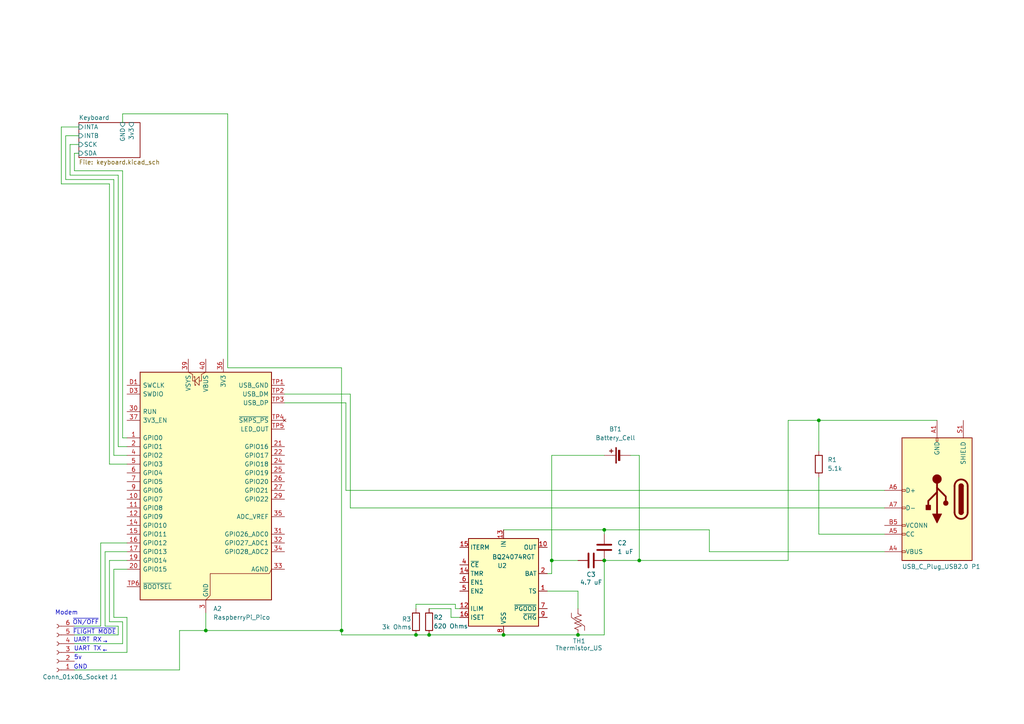
<source format=kicad_sch>
(kicad_sch (version 20250114) (generator "eeschema") (generator_version "9.0")
  (paper "A4")
  (title_block (title "Keyboard PCB") (date "2025-05-30") (rev "1"))
  (lib_symbols
    (symbol "Battery_Management:BQ24074RGT"
      (property "Reference" "U" (at -8.89 13.97 0))
      (property "Value" "BQ24074RGT" (at 16.51 13.97 0))
      (symbol "BQ24074RGT_0_1"
        (rectangle (start -10.16 12.7) (end 10.16 -12.7) (stroke (width 0.254)) (fill (type background)))
      )
      (symbol "BQ24074RGT_1_1"
        (pin input line (at -12.7 10.16 0) (length 2.54) (name "ITERM") (number "15"))
        (pin input line (at -12.7 5.08 0) (length 2.54) (name "~{CE}") (number "4"))
        (pin input line (at -12.7 2.54 0) (length 2.54) (name "TMR") (number "14"))
        (pin input line (at -12.7 0 0) (length 2.54) (name "EN1") (number "6"))
        (pin input line (at -12.7 -2.54 0) (length 2.54) (name "EN2") (number "5"))
        (pin passive line (at -12.7 -7.62 0) (length 2.54) (name "ILIM") (number "12"))
        (pin passive line (at -12.7 -10.16 0) (length 2.54) (name "ISET") (number "16"))
        (pin power_in line (at 0 15.24 270) (length 2.54) (name "IN") (number "13"))
        (pin passive line (at 0 -15.24 90) (length 2.54) (hide yes) (name "VSS") (number "17"))
        (pin power_in line (at 0 -15.24 90) (length 2.54) (name "VSS") (number "8"))
        (pin power_out line (at 12.7 10.16 180) (length 2.54) (name "OUT") (number "10"))
        (pin passive line (at 12.7 10.16 180) (length 2.54) (hide yes) (name "OUT") (number "11"))
        (pin power_out line (at 12.7 2.54 180) (length 2.54) (name "BAT") (number "2"))
        (pin passive line (at 12.7 2.54 180) (length 2.54) (hide yes) (name "BAT") (number "3"))
        (pin passive line (at 12.7 -2.54 180) (length 2.54) (name "TS") (number "1"))
        (pin open_collector line (at 12.7 -7.62 180) (length 2.54) (name "~{PGOOD}") (number "7"))
        (pin open_collector line (at 12.7 -10.16 180) (length 2.54) (name "~{CHG}") (number "9"))
      )
    )
    (symbol "Connector:Conn_01x06_Socket" (pin_names (offset 1.016) (hide yes))
      (property "Reference" "J" (at 0 7.62 0))
      (property "Value" "Conn_01x06_Socket" (at 0 -10.16 0))
      (symbol "Conn_01x06_Socket_1_1"
        (polyline (pts (xy -1.27 5.08) (xy -0.508 5.08)) (stroke (width 0.1524)))
        (polyline (pts (xy -1.27 2.54) (xy -0.508 2.54)) (stroke (width 0.1524)))
        (polyline (pts (xy -1.27 0) (xy -0.508 0)) (stroke (width 0.1524)))
        (polyline (pts (xy -1.27 -2.54) (xy -0.508 -2.54)) (stroke (width 0.1524)))
        (polyline (pts (xy -1.27 -5.08) (xy -0.508 -5.08)) (stroke (width 0.1524)))
        (polyline (pts (xy -1.27 -7.62) (xy -0.508 -7.62)) (stroke (width 0.1524)))
        (arc (start 0 4.572) (mid -0.5058 5.08) (end 0 5.588) (stroke (width 0.1524)))
        (arc (start 0 2.032) (mid -0.5058 2.54) (end 0 3.048) (stroke (width 0.1524)))
        (arc (start 0 -0.508) (mid -0.5058 0) (end 0 0.508) (stroke (width 0.1524)))
        (arc (start 0 -3.048) (mid -0.5058 -2.54) (end 0 -2.032) (stroke (width 0.1524)))
        (arc (start 0 -5.588) (mid -0.5058 -5.08) (end 0 -4.572) (stroke (width 0.1524)))
        (arc (start 0 -8.128) (mid -0.5058 -7.62) (end 0 -7.112) (stroke (width 0.1524)))
        (pin passive line (at -5.08 5.08 0) (length 3.81) (name "Pin_1") (number "1"))
        (pin passive line (at -5.08 2.54 0) (length 3.81) (name "Pin_2") (number "2"))
        (pin passive line (at -5.08 0 0) (length 3.81) (name "Pin_3") (number "3"))
        (pin passive line (at -5.08 -2.54 0) (length 3.81) (name "Pin_4") (number "4"))
        (pin passive line (at -5.08 -5.08 0) (length 3.81) (name "Pin_5") (number "5"))
        (pin passive line (at -5.08 -7.62 0) (length 3.81) (name "Pin_6") (number "6"))
      )
    )
    (symbol "Connector:USB_C_Plug_USB2.0" (pin_names (offset 1.016))
      (property "Reference" "P" (at -10.16 19.05 0))
      (property "Value" "USB_C_Plug_USB2.0" (at 12.7 19.05 0))
      (symbol "USB_C_Plug_USB2.0_0_0"
        (rectangle (start -0.254 -17.78) (end 0.254 -16.764))
        (rectangle (start 10.16 15.494) (end 9.144 14.986))
        (rectangle (start 10.16 10.414) (end 9.144 9.906))
        (rectangle (start 10.16 7.874) (end 9.144 7.366))
        (rectangle (start 10.16 2.794) (end 9.144 2.286))
        (rectangle (start 10.16 -2.286) (end 9.144 -2.794))
      )
      (symbol "USB_C_Plug_USB2.0_0_1"
        (rectangle (start -10.16 17.78) (end 10.16 -17.78) (stroke (width 0.254)) (fill (type background)))
        (polyline (pts (xy -8.89 -3.81) (xy -8.89 3.81)) (stroke (width 0.508)))
        (rectangle (start -7.62 -3.81) (end -6.35 3.81) (stroke (width 0.254)) (fill (type outline)))
        (arc (start -7.62 3.81) (mid -6.985 4.4423) (end -6.35 3.81) (stroke (width 0.254)))
        (arc (start -7.62 3.81) (mid -6.985 4.4423) (end -6.35 3.81) (stroke (width 0.254)) (fill (type outline)))
        (arc (start -8.89 3.81) (mid -6.985 5.7067) (end -5.08 3.81) (stroke (width 0.508)))
        (arc (start -5.08 -3.81) (mid -6.985 -5.7067) (end -8.89 -3.81) (stroke (width 0.508)))
        (arc (start -6.35 -3.81) (mid -6.985 -4.4423) (end -7.62 -3.81) (stroke (width 0.254)))
        (arc (start -6.35 -3.81) (mid -6.985 -4.4423) (end -7.62 -3.81) (stroke (width 0.254)) (fill (type outline)))
        (polyline (pts (xy -5.08 3.81) (xy -5.08 -3.81)) (stroke (width 0.508)))
        (circle (center -2.54 1.143) (radius 0.635) (stroke (width 0.254)) (fill (type outline)))
        (polyline (pts (xy -1.27 4.318) (xy 0 6.858) (xy 1.27 4.318) (xy -1.27 4.318)) (stroke (width 0.254)) (fill (type outline)))
        (polyline (pts (xy 0 -2.032) (xy 2.54 0.508) (xy 2.54 1.778)) (stroke (width 0.508)))
        (polyline (pts (xy 0 -3.302) (xy -2.54 -0.762) (xy -2.54 0.508)) (stroke (width 0.508)))
        (polyline (pts (xy 0 -5.842) (xy 0 4.318)) (stroke (width 0.508)))
        (circle (center 0 -5.842) (radius 1.27) (fill (type outline)))
        (rectangle (start 1.905 1.778) (end 3.175 3.048) (stroke (width 0.254)) (fill (type outline)))
      )
      (symbol "USB_C_Plug_USB2.0_1_1"
        (pin passive line (at -7.62 -22.86 90) (length 5.08) (name "SHIELD") (number "S1"))
        (pin passive line (at 0 -22.86 90) (length 5.08) (name "GND") (number "A1"))
        (pin passive line (at 0 -22.86 90) (length 5.08) (hide yes) (name "GND") (number "A12"))
        (pin passive line (at 0 -22.86 90) (length 5.08) (hide yes) (name "GND") (number "B1"))
        (pin passive line (at 0 -22.86 90) (length 5.08) (hide yes) (name "GND") (number "B12"))
        (pin passive line (at 15.24 15.24 180) (length 5.08) (name "VBUS") (number "A4"))
        (pin passive line (at 15.24 15.24 180) (length 5.08) (hide yes) (name "VBUS") (number "A9"))
        (pin passive line (at 15.24 15.24 180) (length 5.08) (hide yes) (name "VBUS") (number "B4"))
        (pin passive line (at 15.24 15.24 180) (length 5.08) (hide yes) (name "VBUS") (number "B9"))
        (pin bidirectional line (at 15.24 10.16 180) (length 5.08) (name "CC") (number "A5"))
        (pin bidirectional line (at 15.24 7.62 180) (length 5.08) (name "VCONN") (number "B5"))
        (pin bidirectional line (at 15.24 2.54 180) (length 5.08) (name "D-") (number "A7"))
        (pin bidirectional line (at 15.24 -2.54 180) (length 5.08) (name "D+") (number "A6"))
      )
    )
    (symbol "Device:Battery_Cell" (pin_numbers (hide yes)) (pin_names (offset 0) (hide yes))
      (property "Reference" "BT" (at 2.54 2.54 0))
      (property "Value" "Battery_Cell" (at 2.54 0 0))
      (symbol "Battery_Cell_0_1"
        (rectangle (start -2.286 1.778) (end 2.286 1.524) (fill (type outline)))
        (rectangle (start -1.524 1.016) (end 1.524 0.508) (fill (type outline)))
        (polyline (pts (xy 0 1.778) (xy 0 2.54)))
        (polyline (pts (xy 0 0.762) (xy 0 0)))
        (polyline (pts (xy 0.762 3.048) (xy 1.778 3.048)) (stroke (width 0.254)))
        (polyline (pts (xy 1.27 3.556) (xy 1.27 2.54)) (stroke (width 0.254)))
      )
      (symbol "Battery_Cell_1_1"
        (pin passive line (at 0 5.08 270) (length 2.54) (name "+") (number "1"))
        (pin passive line (at 0 -2.54 90) (length 2.54) (name "-") (number "2"))
      )
    )
    (symbol "Device:C" (pin_numbers (hide yes)) (pin_names (offset 0.254))
      (property "Reference" "C" (at 0.635 2.54 0))
      (property "Value" "C" (at 0.635 -2.54 0))
      (symbol "C_0_1"
        (polyline (pts (xy -2.032 0.762) (xy 2.032 0.762)) (stroke (width 0.508)))
        (polyline (pts (xy -2.032 -0.762) (xy 2.032 -0.762)) (stroke (width 0.508)))
      )
      (symbol "C_1_1"
        (pin passive line (at 0 3.81 270) (length 2.794) (name "~") (number "1"))
        (pin passive line (at 0 -3.81 90) (length 2.794) (name "~") (number "2"))
      )
    )
    (symbol "Device:R" (pin_numbers (hide yes)) (pin_names (offset 0))
      (property "Reference" "R" (at 2.032 0 90))
      (property "Value" "R" (at 0 0 90))
      (symbol "R_0_1"
        (rectangle (start -1.016 -2.54) (end 1.016 2.54) (stroke (width 0.254)))
      )
      (symbol "R_1_1"
        (pin passive line (at 0 3.81 270) (length 1.27) (name "~") (number "1"))
        (pin passive line (at 0 -3.81 90) (length 1.27) (name "~") (number "2"))
      )
    )
    (symbol "Device:Thermistor_US" (pin_numbers (hide yes)) (pin_names (offset 0))
      (property "Reference" "TH" (at 2.54 1.27 90))
      (property "Value" "Thermistor_US" (at -2.54 0 90))
      (symbol "Thermistor_US_0_1"
        (polyline (pts (xy -1.905 2.54) (xy -1.905 1.27) (xy 1.905 -1.27)))
        (polyline (pts (xy 0 2.286) (xy 0 2.54)))
        (polyline (pts (xy 0 2.286) (xy 1.016 1.905) (xy 0 1.524) (xy -1.016 1.143) (xy 0 0.762)))
        (polyline (pts (xy 0 0.762) (xy 1.016 0.381) (xy 0 0) (xy -1.016 -0.381) (xy 0 -0.762)))
        (polyline (pts (xy 0 -0.762) (xy 1.016 -1.143) (xy 0 -1.524) (xy -1.016 -1.905) (xy 0 -2.286)))
        (polyline (pts (xy 0 -2.286) (xy 0 -2.54)))
        (polyline (pts (xy 1.905 -1.27) (xy 1.905 -2.54)))
      )
      (symbol "Thermistor_US_1_1"
        (pin passive line (at 0 3.81 270) (length 1.27) (name "~") (number "1"))
        (pin passive line (at 0 -3.81 90) (length 1.27) (name "~") (number "2"))
      )
    )
    (symbol "MCU_Module:RaspberryPi_Pico_Extensive" (pin_names (offset 0.762))
      (property "Reference" "A" (at -19.05 35.56 0))
      (property "Value" "RaspberryPi_Pico" (at 7.62 35.56 0))
      (symbol "RaspberryPi_Pico_Extensive_0_1"
        (rectangle (start -19.05 34.29) (end 19.05 -31.75) (stroke (width 0.254)) (fill (type background)))
        (polyline (pts (xy -5.08 34.29) (xy -3.81 33.655) (xy -3.81 31.75) (xy -3.175 31.75)))
        (polyline (pts (xy -3.429 32.766) (xy -3.429 33.02) (xy -3.175 33.02) (xy -3.175 30.48) (xy -2.921 30.48) (xy -2.921 30.734)))
        (polyline (pts (xy -3.175 31.75) (xy -1.905 33.02) (xy -1.905 30.48) (xy -3.175 31.75)))
        (polyline (pts (xy 0 34.29) (xy -1.27 33.655) (xy -1.27 31.75) (xy -1.905 31.75)))
        (polyline (pts (xy 0 -31.75) (xy 1.27 -30.48) (xy 1.27 -24.13) (xy 18.415 -24.13) (xy 19.05 -22.86)))
      )
      (symbol "RaspberryPi_Pico_Extensive_1_1"
        (pin input line (at -22.86 30.48 0) (length 3.81) (name "SWCLK") (number "D1"))
        (pin bidirectional line (at -22.86 27.94 0) (length 3.81) (name "SWDIO") (number "D3"))
        (pin passive line (at -22.86 22.86 0) (length 3.81) (name "RUN") (number "30"))
        (pin passive line (at -22.86 20.32 0) (length 3.81) (name "3V3_EN") (number "37"))
        (pin bidirectional line (at -22.86 15.24 0) (length 3.81) (name "GPIO0") (number "1"))
        (pin bidirectional line (at -22.86 12.7 0) (length 3.81) (name "GPIO1") (number "2"))
        (pin bidirectional line (at -22.86 10.16 0) (length 3.81) (name "GPIO2") (number "4"))
        (pin bidirectional line (at -22.86 7.62 0) (length 3.81) (name "GPIO3") (number "5"))
        (pin bidirectional line (at -22.86 5.08 0) (length 3.81) (name "GPIO4") (number "6"))
        (pin bidirectional line (at -22.86 2.54 0) (length 3.81) (name "GPIO5") (number "7"))
        (pin bidirectional line (at -22.86 0 0) (length 3.81) (name "GPIO6") (number "9"))
        (pin bidirectional line (at -22.86 -2.54 0) (length 3.81) (name "GPIO7") (number "10"))
        (pin bidirectional line (at -22.86 -5.08 0) (length 3.81) (name "GPIO8") (number "11"))
        (pin bidirectional line (at -22.86 -7.62 0) (length 3.81) (name "GPIO9") (number "12"))
        (pin bidirectional line (at -22.86 -10.16 0) (length 3.81) (name "GPIO10") (number "14"))
        (pin bidirectional line (at -22.86 -12.7 0) (length 3.81) (name "GPIO11") (number "15"))
        (pin bidirectional line (at -22.86 -15.24 0) (length 3.81) (name "GPIO12") (number "16"))
        (pin bidirectional line (at -22.86 -17.78 0) (length 3.81) (name "GPIO13") (number "17"))
        (pin bidirectional line (at -22.86 -20.32 0) (length 3.81) (name "GPIO14") (number "19"))
        (pin bidirectional line (at -22.86 -22.86 0) (length 3.81) (name "GPIO15") (number "20"))
        (pin input line (at -22.86 -27.94 0) (length 3.81) (name "~{BOOTSEL}") (number "TP6"))
        (pin power_in line (at -5.08 38.1 270) (length 3.81) (name "VSYS") (number "39"))
        (pin power_out line (at 0 38.1 270) (length 3.81) (name "VBUS") (number "40"))
        (pin passive line (at 0 -35.56 90) (length 3.81) (hide yes) (name "GND") (number "13"))
        (pin passive line (at 0 -35.56 90) (length 3.81) (hide yes) (name "GND") (number "18"))
        (pin passive line (at 0 -35.56 90) (length 3.81) (hide yes) (name "GND") (number "23"))
        (pin passive line (at 0 -35.56 90) (length 3.81) (hide yes) (name "GND") (number "28"))
        (pin power_out line (at 0 -35.56 90) (length 3.81) (name "GND") (number "3"))
        (pin passive line (at 0 -35.56 90) (length 3.81) (hide yes) (name "GND") (number "38"))
        (pin passive line (at 0 -35.56 90) (length 3.81) (hide yes) (name "GND") (number "8"))
        (pin passive line (at 0 -35.56 90) (length 3.81) (hide yes) (name "GND") (number "D2"))
        (pin power_out line (at 5.08 38.1 270) (length 3.81) (name "3V3") (number "36"))
        (pin power_out line (at 22.86 30.48 180) (length 3.81) (name "USB_GND") (number "TP1"))
        (pin bidirectional line (at 22.86 27.94 180) (length 3.81) (name "USB_DM") (number "TP2"))
        (pin bidirectional line (at 22.86 25.4 180) (length 3.81) (name "USB_DP") (number "TP3"))
        (pin no_connect line (at 22.86 20.32 180) (length 3.81) (name "~{SMPS_PS}") (number "TP4"))
        (pin output line (at 22.86 17.78 180) (length 3.81) (name "LED_OUT") (number "TP5"))
        (pin bidirectional line (at 22.86 12.7 180) (length 3.81) (name "GPIO16") (number "21"))
        (pin bidirectional line (at 22.86 10.16 180) (length 3.81) (name "GPIO17") (number "22"))
        (pin bidirectional line (at 22.86 7.62 180) (length 3.81) (name "GPIO18") (number "24"))
        (pin bidirectional line (at 22.86 5.08 180) (length 3.81) (name "GPIO19") (number "25"))
        (pin bidirectional line (at 22.86 2.54 180) (length 3.81) (name "GPIO20") (number "26"))
        (pin bidirectional line (at 22.86 0 180) (length 3.81) (name "GPIO21") (number "27"))
        (pin bidirectional line (at 22.86 -2.54 180) (length 3.81) (name "GPIO22") (number "29"))
        (pin power_in line (at 22.86 -7.62 180) (length 3.81) (name "ADC_VREF") (number "35"))
        (pin bidirectional line (at 22.86 -12.7 180) (length 3.81) (name "GPIO26_ADC0") (number "31"))
        (pin bidirectional line (at 22.86 -15.24 180) (length 3.81) (name "GPIO27_ADC1") (number "32"))
        (pin bidirectional line (at 22.86 -17.78 180) (length 3.81) (name "GPIO28_ADC2") (number "34"))
        (pin power_out line (at 22.86 -22.86 180) (length 3.81) (name "AGND") (number "33"))
      )
    )
  )
  (text "5v" (at 22.606 190.754 0) (effects (font (size 1.27 1.27))))
  (text "Modem" (at 19.304 177.8 0) (effects (font (size 1.27 1.27))))
  (text "→" (at 30.48 186.182 0) (effects (font (size 1.27 1.27))))
  (text "~{ON/OFF}" (at 24.892 180.594 0) (effects (font (size 1.27 1.27))))
  (text "~{FLIGHT MODE}" (at 27.432 183.388 0) (effects (font (size 1.27 1.27))))
  (text "UART TX" (at 25.4 188.214 0) (effects (font (size 1.27 1.27))))
  (text "UART RX" (at 25.4 185.674 0) (effects (font (size 1.27 1.27))))
  (text "←" (at 30.48 188.722 0) (effects (font (size 1.27 1.27))))
  (text "GND" (at 23.368 193.548 0) (effects (font (size 1.27 1.27))))
  (junction (at 120.65 184.15))
  (junction (at 237.49 121.92))
  (junction (at 167.64 184.15))
  (junction (at 175.26 162.56))
  (junction (at 160.02 162.56))
  (junction (at 99.06 182.88))
  (junction (at 175.26 153.67))
  (junction (at 185.42 162.56))
  (junction (at 59.69 182.88))
  (junction (at 146.05 184.15))
  (junction (at 124.46 184.15))
  (wire (pts (xy 36.83 179.07) (xy 33.02 179.07)))
  (wire (pts (xy 21.59 184.15) (xy 34.29 184.15)))
  (wire (pts (xy 146.05 153.67) (xy 175.26 153.67)))
  (wire (pts (xy 36.83 189.23) (xy 36.83 179.07)))
  (wire (pts (xy 237.49 154.94) (xy 256.54 154.94)))
  (wire (pts (xy 185.42 132.08) (xy 185.42 162.56)))
  (wire (pts (xy 17.78 36.83) (xy 17.78 53.34)))
  (wire (pts (xy 36.83 127) (xy 35.56 127)))
  (wire (pts (xy 31.75 180.34) (xy 31.75 162.56)))
  (wire (pts (xy 35.56 186.69) (xy 35.56 180.34)))
  (wire (pts (xy 33.02 52.07) (xy 19.05 52.07)))
  (wire (pts (xy 237.49 121.92) (xy 271.78 121.92)))
  (wire (pts (xy 21.59 49.53) (xy 21.59 44.45)))
  (wire (pts (xy 175.26 153.67) (xy 175.26 154.94)))
  (wire (pts (xy 31.75 53.34) (xy 31.75 134.62)))
  (wire (pts (xy 146.05 184.15) (xy 124.46 184.15)))
  (wire (pts (xy 22.86 41.91) (xy 20.32 41.91)))
  (wire (pts (xy 175.26 162.56) (xy 185.42 162.56)))
  (wire (pts (xy 99.06 106.68) (xy 99.06 182.88)))
  (wire (pts (xy 59.69 182.88) (xy 52.07 182.88)))
  (wire (pts (xy 205.74 160.02) (xy 256.54 160.02)))
  (wire (pts (xy 228.6 162.56) (xy 228.6 121.92)))
  (wire (pts (xy 130.81 179.07) (xy 133.35 179.07)))
  (wire (pts (xy 21.59 181.61) (xy 29.21 181.61)))
  (wire (pts (xy 66.04 106.68) (xy 99.06 106.68)))
  (wire (pts (xy 33.02 179.07) (xy 33.02 165.1)))
  (wire (pts (xy 29.21 157.48) (xy 36.83 157.48)))
  (wire (pts (xy 146.05 184.15) (xy 167.64 184.15)))
  (wire (pts (xy 99.06 184.15) (xy 120.65 184.15)))
  (wire (pts (xy 21.59 186.69) (xy 35.56 186.69)))
  (wire (pts (xy 185.42 132.08) (xy 182.88 132.08)))
  (wire (pts (xy 100.33 142.24) (xy 100.33 116.84)))
  (wire (pts (xy 167.64 184.15) (xy 175.26 184.15)))
  (wire (pts (xy 33.02 132.08) (xy 33.02 52.07)))
  (wire (pts (xy 175.26 132.08) (xy 160.02 132.08)))
  (wire (pts (xy 132.08 175.26) (xy 132.08 176.53)))
  (wire (pts (xy 175.26 153.67) (xy 205.74 153.67)))
  (wire (pts (xy 120.65 176.53) (xy 120.65 175.26)))
  (wire (pts (xy 120.65 175.26) (xy 132.08 175.26)))
  (wire (pts (xy 160.02 162.56) (xy 167.64 162.56)))
  (wire (pts (xy 99.06 182.88) (xy 59.69 182.88)))
  (wire (pts (xy 17.78 53.34) (xy 31.75 53.34)))
  (wire (pts (xy 20.32 50.8) (xy 34.29 50.8)))
  (wire (pts (xy 21.59 189.23) (xy 36.83 189.23)))
  (wire (pts (xy 19.05 39.37) (xy 22.86 39.37)))
  (wire (pts (xy 35.56 35.56) (xy 35.56 33.02)))
  (wire (pts (xy 100.33 116.84) (xy 82.55 116.84)))
  (wire (pts (xy 132.08 176.53) (xy 133.35 176.53)))
  (wire (pts (xy 160.02 166.37) (xy 158.75 166.37)))
  (wire (pts (xy 52.07 182.88) (xy 52.07 194.31)))
  (wire (pts (xy 124.46 176.53) (xy 130.81 176.53)))
  (wire (pts (xy 160.02 162.56) (xy 160.02 166.37)))
  (wire (pts (xy 30.48 181.61) (xy 30.48 160.02)))
  (wire (pts (xy 33.02 165.1) (xy 36.83 165.1)))
  (wire (pts (xy 237.49 121.92) (xy 237.49 130.81)))
  (wire (pts (xy 31.75 162.56) (xy 36.83 162.56)))
  (wire (pts (xy 29.21 181.61) (xy 29.21 157.48)))
  (wire (pts (xy 19.05 52.07) (xy 19.05 39.37)))
  (wire (pts (xy 22.86 36.83) (xy 17.78 36.83)))
  (wire (pts (xy 35.56 127) (xy 35.56 49.53)))
  (wire (pts (xy 34.29 50.8) (xy 34.29 129.54)))
  (wire (pts (xy 66.04 33.02) (xy 66.04 106.68)))
  (wire (pts (xy 158.75 171.45) (xy 167.64 171.45)))
  (wire (pts (xy 35.56 33.02) (xy 66.04 33.02)))
  (wire (pts (xy 167.64 176.53) (xy 167.64 171.45)))
  (wire (pts (xy 34.29 184.15) (xy 34.29 181.61)))
  (wire (pts (xy 34.29 129.54) (xy 36.83 129.54)))
  (wire (pts (xy 228.6 121.92) (xy 237.49 121.92)))
  (wire (pts (xy 82.55 114.3) (xy 101.6 114.3)))
  (wire (pts (xy 124.46 184.15) (xy 120.65 184.15)))
  (wire (pts (xy 205.74 153.67) (xy 205.74 160.02)))
  (wire (pts (xy 130.81 176.53) (xy 130.81 179.07)))
  (wire (pts (xy 59.69 182.88) (xy 59.69 177.8)))
  (wire (pts (xy 35.56 180.34) (xy 31.75 180.34)))
  (wire (pts (xy 256.54 142.24) (xy 100.33 142.24)))
  (wire (pts (xy 30.48 160.02) (xy 36.83 160.02)))
  (wire (pts (xy 31.75 134.62) (xy 36.83 134.62)))
  (wire (pts (xy 99.06 184.15) (xy 99.06 182.88)))
  (wire (pts (xy 101.6 114.3) (xy 101.6 147.32)))
  (wire (pts (xy 35.56 49.53) (xy 21.59 49.53)))
  (wire (pts (xy 160.02 132.08) (xy 160.02 162.56)))
  (wire (pts (xy 21.59 44.45) (xy 22.86 44.45)))
  (wire (pts (xy 52.07 194.31) (xy 21.59 194.31)))
  (wire (pts (xy 36.83 132.08) (xy 33.02 132.08)))
  (wire (pts (xy 185.42 162.56) (xy 228.6 162.56)))
  (wire (pts (xy 101.6 147.32) (xy 256.54 147.32)))
  (wire (pts (xy 237.49 138.43) (xy 237.49 154.94)))
  (wire (pts (xy 20.32 41.91) (xy 20.32 50.8)))
  (wire (pts (xy 34.29 181.61) (xy 30.48 181.61)))
  (wire (pts (xy 175.26 184.15) (xy 175.26 162.56)))
  (symbol (lib_id "Device:R") (at 120.65 180.34 0) (unit 1)
    (property "Reference" "R3" (at 116.586 179.578 0) (effects (justify left)))
    (property "Value" "3k Ohms" (at 110.744 181.864 0) (effects (justify left)))
    (property "Description" "Resistor" (effects (hide yes)))
  )
  (symbol (lib_id "Connector:USB_C_Plug_USB2.0") (at 271.78 144.78 180) (unit 1)
    (property "Reference" "P1" (at 281.686 164.338 0) (effects (justify right)))
    (property "Value" "USB_C_Plug_USB2.0" (at 261.62 164.338 0) (effects (justify right)))
    (property "Datasheet" "https://www.usb.org/sites/default/files/documents/usb_type-c.zip" (effects (hide yes)))
    (property "Description" "USB 2.0-only Type-C Plug connector" (effects (hide yes)))
  )
  (symbol (lib_id "Device:R") (at 237.49 134.62 0) (unit 1)
    (property "Reference" "R1" (at 240.03 133.3499 0) (effects (justify left)))
    (property "Value" "5.1k" (at 240.03 135.8899 0) (effects (justify left)))
    (property "Description" "Resistor" (effects (hide yes)))
  )
  (symbol (lib_id "Device:C") (at 171.45 162.56 90) (unit 1)
    (property "Reference" "C3" (at 171.45 166.624 90))
    (property "Value" "4.7 uF" (at 171.45 168.91 90))
    (property "Description" "Unpolarized capacitor" (effects (hide yes)))
  )
  (symbol (lib_id "Device:R") (at 124.46 180.34 0) (unit 1)
    (property "Reference" "R2" (at 125.73 179.07 0) (effects (justify left)))
    (property "Value" "620 Ohms" (at 125.73 181.61 0) (effects (justify left)))
    (property "Description" "Resistor" (effects (hide yes)))
  )
  (symbol (lib_id "Battery_Management:BQ24074RGT") (at 146.05 168.91 0) (unit 1)
    (property "Reference" "U2" (at 144.272 164.084 0) (effects (justify left)))
    (property "Value" "BQ24074RGT" (at 142.748 161.544 0) (effects (justify left)))
    (property "Footprint" "Package_DFN_QFN:VQFN-16-1EP_3x3mm_P0.5mm_EP1.6x1.6mm" (effects (hide yes)))
    (property "Datasheet" "http://www.ti.com/lit/ds/symlink/bq24074.pdf" (effects (hide yes)))
    (property "Description" "USB-Friendly Li-Ion Battery Charger and Power-Path Management, VQFN-16" (effects (hide yes)))
  )
  (symbol (lib_id "Device:Battery_Cell") (at 180.34 132.08 90) (unit 1)
    (property "Reference" "BT1" (at 178.4985 124.46 90))
    (property "Value" "Battery_Cell" (at 178.4985 127 90))
    (property "Description" "Single-cell battery" (effects (hide yes)))
  )
  (symbol (lib_id "Connector:Conn_01x06_Socket") (at 16.51 189.23 180) (unit 1)
    (property "Reference" "J1" (at 33.02 196.342 0))
    (property "Value" "Conn_01x06_Socket" (at 21.844 196.342 0))
    (property "Description" "Generic connector, single row, 01x06, script generated" (effects (hide yes)))
  )
  (symbol (lib_id "MCU_Module:RaspberryPi_Pico_Extensive") (at 59.69 142.24 0) (unit 1)
    (property "Reference" "A2" (at 61.8333 176.53 0) (effects (justify left)))
    (property "Value" "RaspberryPi_Pico" (at 61.8333 179.07 0) (effects (justify left)))
    (property "Footprint" "Module:RaspberryPi_Pico_SMD" (effects (hide yes)))
    (property "Datasheet" "https://datasheets.raspberrypi.com/pico/pico-datasheet.pdf" (effects (hide yes)))
    (property "Description" "Versatile and inexpensive microcontroller module (with full pinout for test point and debug connections) powered by RP2040 dual-core Arm Cortex-M0+ processor up to 133 MHz, 264kB SRAM, 2MB QSPI flash; also supports Raspberry Pi Pico 2" (effects (hide yes)))
  )
  (symbol (lib_id "Device:C") (at 175.26 158.75 0) (unit 1)
    (property "Reference" "C2" (at 179.07 157.4799 0) (effects (justify left)))
    (property "Value" "1 uF" (at 179.07 160.0199 0) (effects (justify left)))
    (property "Description" "Unpolarized capacitor" (effects (hide yes)))
  )
  (symbol (lib_id "Device:Thermistor_US") (at 167.64 180.34 0) (unit 1)
    (property "Reference" "TH1" (at 166.116 185.928 0) (effects (justify left)))
    (property "Value" "Thermistor_US" (at 161.036 187.96 0) (effects (justify left)))
    (property "Description" "Thermistor, temperature dependent resistor, US symbol" (effects (hide yes)))
  )
  (sheet (at 22.86 35.56) (size 17.78 10.16) (stroke (width 0.1524))
    (property "Sheetname" "Keyboard" (at 22.86 34.8484 0) (effects (justify left bottom)))
    (property "Sheetfile" "keyboard.kicad_sch" (at 22.86 46.3046 0) (effects (justify left top)))
    (pin "3v3" input (at 38.1 35.56 90))
    (pin "GND" input (at 35.56 35.56 90))
    (pin "INTA" input (at 22.86 36.83 180))
    (pin "INTB" input (at 22.86 39.37 180))
    (pin "SCK" input (at 22.86 41.91 180))
    (pin "SDA" input (at 22.86 44.45 180))
  )
)
</source>
